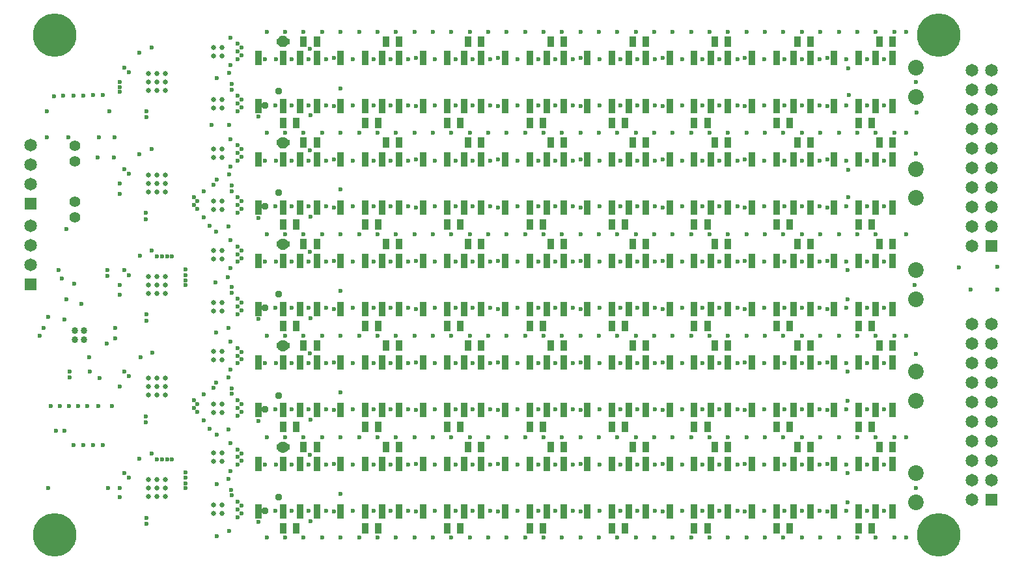
<source format=gbs>
G04*
G04 #@! TF.GenerationSoftware,Altium Limited,Altium Designer,20.0.9 (164)*
G04*
G04 Layer_Color=16711935*
%FSLAX25Y25*%
%MOIN*%
G70*
G01*
G75*
%ADD36R,0.03740X0.05709*%
%ADD37R,0.03091X0.03091*%
%ADD38R,0.03347X0.07284*%
%ADD51C,0.05591*%
%ADD52R,0.06496X0.06496*%
%ADD53C,0.06496*%
%ADD54C,0.07991*%
%ADD55C,0.02362*%
%ADD56C,0.03398*%
%ADD57C,0.22244*%
%ADD58C,0.03740*%
%ADD59C,0.02559*%
G36*
X135996Y266575D02*
X136008D01*
X136019Y266573D01*
X136031Y266572D01*
X136042Y266569D01*
X136054Y266567D01*
X136065Y266564D01*
X136076Y266561D01*
X136087Y266557D01*
X136098Y266553D01*
X137017Y266173D01*
X137027Y266167D01*
X137038Y266163D01*
X137048Y266157D01*
X137058Y266151D01*
X137067Y266145D01*
X137077Y266139D01*
X137086Y266131D01*
X137096Y266124D01*
X137104Y266116D01*
X137113Y266108D01*
X137816Y265405D01*
X137824Y265396D01*
X137832Y265388D01*
X137839Y265379D01*
X137846Y265370D01*
X137852Y265360D01*
X137859Y265350D01*
X137864Y265340D01*
X137871Y265330D01*
X137875Y265319D01*
X137880Y265309D01*
X138261Y264390D01*
X138265Y264379D01*
X138269Y264368D01*
X138272Y264357D01*
X138275Y264346D01*
X138277Y264335D01*
X138280Y264323D01*
X138281Y264312D01*
X138283Y264300D01*
Y264288D01*
X138283Y264277D01*
Y263779D01*
Y263282D01*
X138283Y263271D01*
Y263259D01*
X138281Y263247D01*
X138280Y263236D01*
X138277Y263225D01*
X138275Y263213D01*
X138272Y263202D01*
X138269Y263191D01*
X138265Y263180D01*
X138261Y263169D01*
X137880Y262250D01*
X137875Y262240D01*
X137871Y262229D01*
X137864Y262219D01*
X137859Y262209D01*
X137852Y262199D01*
X137846Y262189D01*
X137839Y262180D01*
X137832Y262171D01*
X137824Y262163D01*
X137816Y262154D01*
X137113Y261451D01*
X137104Y261443D01*
X137096Y261435D01*
X137086Y261428D01*
X137077Y261420D01*
X137067Y261414D01*
X137058Y261408D01*
X137048Y261402D01*
X137038Y261396D01*
X137027Y261392D01*
X137017Y261386D01*
X136098Y261006D01*
X136087Y261002D01*
X136076Y260998D01*
X136065Y260995D01*
X136054Y260992D01*
X136042Y260990D01*
X136031Y260987D01*
X136019Y260986D01*
X136008Y260984D01*
X135996D01*
X135985Y260983D01*
X135487D01*
X135441Y260987D01*
X135396Y260998D01*
X135353Y261016D01*
X135313Y261040D01*
X135278Y261070D01*
X135248Y261105D01*
X135236Y261124D01*
X135225Y261105D01*
X135195Y261070D01*
X135159Y261040D01*
X135120Y261016D01*
X135077Y260998D01*
X135031Y260987D01*
X134985Y260983D01*
X134488D01*
X134476Y260984D01*
X134465D01*
X134453Y260986D01*
X134442Y260987D01*
X134430Y260990D01*
X134419Y260992D01*
X134408Y260995D01*
X134396Y260998D01*
X134386Y261002D01*
X134374Y261006D01*
X133456Y261386D01*
X133445Y261392D01*
X133435Y261396D01*
X133425Y261402D01*
X133414Y261408D01*
X133405Y261414D01*
X133395Y261420D01*
X133386Y261428D01*
X133377Y261435D01*
X133369Y261443D01*
X133360Y261451D01*
X132656Y262154D01*
X132649Y262163D01*
X132641Y262171D01*
X132634Y262180D01*
X132626Y262189D01*
X132620Y262199D01*
X132613Y262209D01*
X132608Y262219D01*
X132602Y262229D01*
X132597Y262240D01*
X132592Y262250D01*
X132211Y263169D01*
X132208Y263180D01*
X132203Y263191D01*
X132201Y263202D01*
X132197Y263213D01*
X132195Y263225D01*
X132193Y263236D01*
X132192Y263247D01*
X132190Y263259D01*
Y263271D01*
X132189Y263282D01*
Y263779D01*
Y264277D01*
X132190Y264288D01*
Y264300D01*
X132192Y264312D01*
X132193Y264323D01*
X132195Y264335D01*
X132197Y264346D01*
X132201Y264357D01*
X132203Y264368D01*
X132208Y264379D01*
X132211Y264390D01*
X132592Y265309D01*
X132597Y265319D01*
X132602Y265330D01*
X132608Y265340D01*
X132613Y265350D01*
X132620Y265360D01*
X132626Y265370D01*
X132634Y265379D01*
X132641Y265388D01*
X132649Y265396D01*
X132656Y265405D01*
X133360Y266108D01*
X133369Y266116D01*
X133377Y266124D01*
X133386Y266131D01*
X133395Y266139D01*
X133405Y266145D01*
X133414Y266151D01*
X133425Y266157D01*
X133435Y266163D01*
X133445Y266167D01*
X133456Y266173D01*
X134374Y266553D01*
X134386Y266557D01*
X134396Y266561D01*
X134408Y266564D01*
X134419Y266567D01*
X134430Y266569D01*
X134442Y266572D01*
X134453Y266573D01*
X134465Y266575D01*
X134476D01*
X134488Y266576D01*
X134985D01*
X135031Y266572D01*
X135077Y266561D01*
X135120Y266543D01*
X135159Y266519D01*
X135195Y266489D01*
X135225Y266454D01*
X135236Y266435D01*
X135248Y266454D01*
X135278Y266489D01*
X135313Y266519D01*
X135353Y266543D01*
X135396Y266561D01*
X135441Y266572D01*
X135487Y266576D01*
X135985D01*
X135996Y266575D01*
D02*
G37*
G36*
Y214606D02*
X136008D01*
X136019Y214604D01*
X136031Y214604D01*
X136042Y214601D01*
X136054Y214599D01*
X136065Y214595D01*
X136076Y214593D01*
X136087Y214588D01*
X136098Y214585D01*
X137017Y214204D01*
X137027Y214199D01*
X137038Y214194D01*
X137048Y214188D01*
X137058Y214183D01*
X137067Y214176D01*
X137077Y214170D01*
X137086Y214162D01*
X137096Y214156D01*
X137104Y214147D01*
X137113Y214140D01*
X137816Y213437D01*
X137824Y213428D01*
X137832Y213420D01*
X137839Y213410D01*
X137846Y213401D01*
X137852Y213391D01*
X137859Y213382D01*
X137864Y213371D01*
X137871Y213362D01*
X137875Y213351D01*
X137880Y213340D01*
X138261Y212422D01*
X138265Y212411D01*
X138269Y212400D01*
X138272Y212388D01*
X138275Y212377D01*
X138277Y212366D01*
X138280Y212355D01*
X138281Y212343D01*
X138283Y212332D01*
Y212320D01*
X138283Y212308D01*
Y211811D01*
Y211314D01*
X138283Y211302D01*
Y211291D01*
X138281Y211279D01*
X138280Y211267D01*
X138277Y211256D01*
X138275Y211245D01*
X138272Y211233D01*
X138269Y211222D01*
X138265Y211211D01*
X138261Y211200D01*
X137880Y210281D01*
X137875Y210271D01*
X137871Y210260D01*
X137864Y210250D01*
X137859Y210240D01*
X137852Y210231D01*
X137846Y210221D01*
X137839Y210212D01*
X137832Y210203D01*
X137824Y210194D01*
X137816Y210185D01*
X137113Y209482D01*
X137104Y209475D01*
X137096Y209466D01*
X137086Y209460D01*
X137077Y209452D01*
X137067Y209446D01*
X137058Y209439D01*
X137048Y209434D01*
X137038Y209428D01*
X137027Y209423D01*
X137017Y209418D01*
X136098Y209037D01*
X136087Y209034D01*
X136076Y209029D01*
X136065Y209027D01*
X136054Y209023D01*
X136042Y209021D01*
X136031Y209018D01*
X136019Y209018D01*
X136008Y209016D01*
X135996D01*
X135985Y209015D01*
X135487D01*
X135441Y209018D01*
X135396Y209029D01*
X135353Y209047D01*
X135313Y209071D01*
X135278Y209102D01*
X135248Y209137D01*
X135236Y209156D01*
X135225Y209137D01*
X135195Y209102D01*
X135159Y209071D01*
X135120Y209047D01*
X135077Y209029D01*
X135031Y209018D01*
X134985Y209015D01*
X134488D01*
X134476Y209016D01*
X134465D01*
X134453Y209018D01*
X134442Y209018D01*
X134430Y209021D01*
X134419Y209023D01*
X134408Y209027D01*
X134396Y209029D01*
X134386Y209034D01*
X134374Y209037D01*
X133456Y209418D01*
X133445Y209423D01*
X133435Y209428D01*
X133425Y209434D01*
X133414Y209439D01*
X133405Y209446D01*
X133395Y209452D01*
X133386Y209460D01*
X133377Y209466D01*
X133369Y209475D01*
X133360Y209482D01*
X132656Y210185D01*
X132649Y210194D01*
X132641Y210203D01*
X132634Y210212D01*
X132626Y210221D01*
X132620Y210231D01*
X132613Y210240D01*
X132608Y210250D01*
X132602Y210260D01*
X132597Y210271D01*
X132592Y210281D01*
X132211Y211200D01*
X132208Y211211D01*
X132203Y211222D01*
X132201Y211233D01*
X132197Y211245D01*
X132195Y211256D01*
X132193Y211267D01*
X132192Y211279D01*
X132190Y211291D01*
Y211302D01*
X132189Y211314D01*
Y211811D01*
Y212308D01*
X132190Y212320D01*
Y212332D01*
X132192Y212343D01*
X132193Y212355D01*
X132195Y212366D01*
X132197Y212377D01*
X132201Y212388D01*
X132203Y212400D01*
X132208Y212411D01*
X132211Y212422D01*
X132592Y213340D01*
X132597Y213351D01*
X132602Y213362D01*
X132608Y213371D01*
X132613Y213382D01*
X132620Y213391D01*
X132626Y213401D01*
X132634Y213410D01*
X132641Y213420D01*
X132649Y213428D01*
X132656Y213437D01*
X133360Y214140D01*
X133369Y214147D01*
X133377Y214156D01*
X133386Y214162D01*
X133395Y214170D01*
X133405Y214176D01*
X133414Y214183D01*
X133425Y214188D01*
X133435Y214194D01*
X133445Y214199D01*
X133456Y214204D01*
X134374Y214585D01*
X134386Y214588D01*
X134396Y214593D01*
X134408Y214595D01*
X134419Y214599D01*
X134430Y214601D01*
X134442Y214604D01*
X134453Y214604D01*
X134465Y214606D01*
X134476D01*
X134488Y214607D01*
X134985D01*
X135031Y214604D01*
X135077Y214593D01*
X135120Y214575D01*
X135159Y214551D01*
X135195Y214521D01*
X135225Y214485D01*
X135236Y214467D01*
X135248Y214485D01*
X135278Y214521D01*
X135313Y214551D01*
X135353Y214575D01*
X135396Y214593D01*
X135441Y214604D01*
X135487Y214607D01*
X135985D01*
X135996Y214606D01*
D02*
G37*
G36*
Y162638D02*
X136008D01*
X136019Y162636D01*
X136031Y162635D01*
X136042Y162632D01*
X136054Y162630D01*
X136065Y162627D01*
X136076Y162624D01*
X136087Y162620D01*
X136098Y162616D01*
X137017Y162235D01*
X137027Y162230D01*
X137038Y162226D01*
X137048Y162220D01*
X137058Y162215D01*
X137067Y162208D01*
X137077Y162201D01*
X137086Y162194D01*
X137096Y162187D01*
X137104Y162179D01*
X137113Y162171D01*
X137816Y161468D01*
X137824Y161459D01*
X137832Y161451D01*
X137839Y161442D01*
X137846Y161433D01*
X137852Y161423D01*
X137859Y161413D01*
X137864Y161403D01*
X137871Y161393D01*
X137875Y161382D01*
X137880Y161372D01*
X138261Y160453D01*
X138265Y160442D01*
X138269Y160431D01*
X138272Y160420D01*
X138275Y160409D01*
X138277Y160398D01*
X138280Y160386D01*
X138281Y160374D01*
X138283Y160363D01*
Y160351D01*
X138283Y160340D01*
Y159843D01*
Y159345D01*
X138283Y159334D01*
Y159322D01*
X138281Y159310D01*
X138280Y159299D01*
X138277Y159288D01*
X138275Y159276D01*
X138272Y159265D01*
X138269Y159254D01*
X138265Y159243D01*
X138261Y159232D01*
X137880Y158313D01*
X137875Y158303D01*
X137871Y158292D01*
X137864Y158282D01*
X137859Y158272D01*
X137852Y158262D01*
X137846Y158252D01*
X137839Y158243D01*
X137832Y158234D01*
X137824Y158226D01*
X137816Y158217D01*
X137113Y157514D01*
X137104Y157506D01*
X137096Y157498D01*
X137086Y157491D01*
X137077Y157483D01*
X137067Y157477D01*
X137058Y157471D01*
X137048Y157465D01*
X137038Y157459D01*
X137027Y157455D01*
X137017Y157449D01*
X136098Y157069D01*
X136087Y157065D01*
X136076Y157061D01*
X136065Y157058D01*
X136054Y157054D01*
X136042Y157053D01*
X136031Y157050D01*
X136019Y157049D01*
X136008Y157047D01*
X135996D01*
X135985Y157046D01*
X135487D01*
X135441Y157050D01*
X135396Y157061D01*
X135353Y157079D01*
X135313Y157103D01*
X135278Y157133D01*
X135248Y157168D01*
X135236Y157187D01*
X135225Y157168D01*
X135195Y157133D01*
X135159Y157103D01*
X135120Y157079D01*
X135077Y157061D01*
X135031Y157050D01*
X134985Y157046D01*
X134488D01*
X134476Y157047D01*
X134465D01*
X134453Y157049D01*
X134442Y157050D01*
X134430Y157053D01*
X134419Y157054D01*
X134408Y157058D01*
X134396Y157061D01*
X134386Y157065D01*
X134374Y157069D01*
X133456Y157449D01*
X133445Y157455D01*
X133435Y157459D01*
X133425Y157465D01*
X133414Y157471D01*
X133405Y157477D01*
X133395Y157483D01*
X133386Y157491D01*
X133377Y157498D01*
X133369Y157506D01*
X133360Y157514D01*
X132656Y158217D01*
X132649Y158226D01*
X132641Y158234D01*
X132634Y158243D01*
X132626Y158252D01*
X132620Y158262D01*
X132613Y158272D01*
X132608Y158282D01*
X132602Y158292D01*
X132597Y158303D01*
X132592Y158313D01*
X132211Y159232D01*
X132208Y159243D01*
X132203Y159254D01*
X132201Y159265D01*
X132197Y159276D01*
X132195Y159288D01*
X132193Y159299D01*
X132192Y159310D01*
X132190Y159322D01*
Y159334D01*
X132189Y159345D01*
Y159843D01*
Y160340D01*
X132190Y160351D01*
Y160363D01*
X132192Y160374D01*
X132193Y160386D01*
X132195Y160398D01*
X132197Y160409D01*
X132201Y160420D01*
X132203Y160431D01*
X132208Y160442D01*
X132211Y160453D01*
X132592Y161372D01*
X132597Y161382D01*
X132602Y161393D01*
X132608Y161403D01*
X132613Y161413D01*
X132620Y161423D01*
X132626Y161433D01*
X132634Y161442D01*
X132641Y161451D01*
X132649Y161459D01*
X132656Y161468D01*
X133360Y162171D01*
X133369Y162179D01*
X133377Y162187D01*
X133386Y162194D01*
X133395Y162201D01*
X133405Y162208D01*
X133414Y162215D01*
X133425Y162220D01*
X133435Y162226D01*
X133445Y162230D01*
X133456Y162235D01*
X134374Y162616D01*
X134386Y162620D01*
X134396Y162624D01*
X134408Y162627D01*
X134419Y162630D01*
X134430Y162632D01*
X134442Y162635D01*
X134453Y162636D01*
X134465Y162638D01*
X134476D01*
X134488Y162639D01*
X134985D01*
X135031Y162635D01*
X135077Y162624D01*
X135120Y162606D01*
X135159Y162582D01*
X135195Y162552D01*
X135225Y162517D01*
X135236Y162498D01*
X135248Y162517D01*
X135278Y162552D01*
X135313Y162582D01*
X135353Y162606D01*
X135396Y162624D01*
X135441Y162635D01*
X135487Y162639D01*
X135985D01*
X135996Y162638D01*
D02*
G37*
G36*
Y110669D02*
X136008D01*
X136019Y110668D01*
X136031Y110667D01*
X136042Y110664D01*
X136054Y110662D01*
X136065Y110658D01*
X136076Y110656D01*
X136087Y110651D01*
X136098Y110648D01*
X137017Y110267D01*
X137027Y110262D01*
X137038Y110257D01*
X137048Y110251D01*
X137058Y110246D01*
X137067Y110239D01*
X137077Y110233D01*
X137086Y110225D01*
X137096Y110219D01*
X137104Y110210D01*
X137113Y110203D01*
X137816Y109500D01*
X137824Y109491D01*
X137832Y109483D01*
X137839Y109473D01*
X137846Y109464D01*
X137852Y109454D01*
X137859Y109445D01*
X137864Y109434D01*
X137871Y109425D01*
X137875Y109414D01*
X137880Y109404D01*
X138261Y108485D01*
X138265Y108474D01*
X138269Y108463D01*
X138272Y108451D01*
X138275Y108440D01*
X138277Y108429D01*
X138280Y108418D01*
X138281Y108406D01*
X138283Y108395D01*
Y108383D01*
X138283Y108371D01*
Y107874D01*
Y107377D01*
X138283Y107365D01*
Y107353D01*
X138281Y107342D01*
X138280Y107330D01*
X138277Y107319D01*
X138275Y107308D01*
X138272Y107297D01*
X138269Y107285D01*
X138265Y107274D01*
X138261Y107263D01*
X137880Y106344D01*
X137875Y106334D01*
X137871Y106323D01*
X137864Y106314D01*
X137859Y106303D01*
X137852Y106294D01*
X137846Y106284D01*
X137839Y106275D01*
X137832Y106265D01*
X137824Y106257D01*
X137816Y106248D01*
X137113Y105545D01*
X137104Y105538D01*
X137096Y105529D01*
X137086Y105523D01*
X137077Y105515D01*
X137067Y105509D01*
X137058Y105502D01*
X137048Y105497D01*
X137038Y105491D01*
X137027Y105486D01*
X137017Y105481D01*
X136098Y105100D01*
X136087Y105097D01*
X136076Y105092D01*
X136065Y105090D01*
X136054Y105086D01*
X136042Y105084D01*
X136031Y105081D01*
X136019Y105080D01*
X136008Y105079D01*
X135996D01*
X135985Y105078D01*
X135487D01*
X135441Y105081D01*
X135396Y105092D01*
X135353Y105110D01*
X135313Y105134D01*
X135278Y105165D01*
X135248Y105200D01*
X135236Y105219D01*
X135225Y105200D01*
X135195Y105165D01*
X135159Y105134D01*
X135120Y105110D01*
X135077Y105092D01*
X135031Y105081D01*
X134985Y105078D01*
X134488D01*
X134476Y105079D01*
X134465D01*
X134453Y105080D01*
X134442Y105081D01*
X134430Y105084D01*
X134419Y105086D01*
X134408Y105090D01*
X134396Y105092D01*
X134386Y105097D01*
X134374Y105100D01*
X133456Y105481D01*
X133445Y105486D01*
X133435Y105491D01*
X133425Y105497D01*
X133414Y105502D01*
X133405Y105509D01*
X133395Y105515D01*
X133386Y105523D01*
X133377Y105529D01*
X133369Y105538D01*
X133360Y105545D01*
X132656Y106248D01*
X132649Y106257D01*
X132641Y106265D01*
X132634Y106275D01*
X132626Y106284D01*
X132620Y106294D01*
X132613Y106303D01*
X132608Y106313D01*
X132602Y106323D01*
X132597Y106334D01*
X132592Y106344D01*
X132211Y107263D01*
X132208Y107274D01*
X132203Y107285D01*
X132201Y107297D01*
X132197Y107308D01*
X132195Y107319D01*
X132193Y107330D01*
X132192Y107342D01*
X132190Y107353D01*
Y107365D01*
X132189Y107377D01*
Y107874D01*
Y108371D01*
X132190Y108383D01*
Y108395D01*
X132192Y108406D01*
X132193Y108418D01*
X132195Y108429D01*
X132197Y108440D01*
X132201Y108451D01*
X132203Y108463D01*
X132208Y108474D01*
X132211Y108485D01*
X132592Y109404D01*
X132597Y109414D01*
X132602Y109425D01*
X132608Y109434D01*
X132613Y109445D01*
X132620Y109454D01*
X132626Y109464D01*
X132634Y109473D01*
X132641Y109483D01*
X132649Y109491D01*
X132656Y109500D01*
X133360Y110203D01*
X133369Y110210D01*
X133377Y110219D01*
X133386Y110225D01*
X133395Y110233D01*
X133405Y110239D01*
X133414Y110246D01*
X133425Y110251D01*
X133435Y110257D01*
X133445Y110262D01*
X133456Y110267D01*
X134374Y110648D01*
X134386Y110651D01*
X134396Y110656D01*
X134408Y110658D01*
X134419Y110662D01*
X134430Y110664D01*
X134442Y110667D01*
X134453Y110668D01*
X134465Y110669D01*
X134476D01*
X134488Y110670D01*
X134985D01*
X135031Y110667D01*
X135077Y110656D01*
X135120Y110638D01*
X135159Y110614D01*
X135195Y110583D01*
X135225Y110548D01*
X135236Y110529D01*
X135248Y110548D01*
X135278Y110583D01*
X135313Y110614D01*
X135353Y110638D01*
X135396Y110656D01*
X135441Y110667D01*
X135487Y110670D01*
X135985D01*
X135996Y110669D01*
D02*
G37*
G36*
X135996Y58701D02*
X136008D01*
X136019Y58699D01*
X136031Y58698D01*
X136042Y58695D01*
X136054Y58693D01*
X136065Y58690D01*
X136076Y58687D01*
X136087Y58683D01*
X136098Y58679D01*
X137017Y58298D01*
X137027Y58293D01*
X137038Y58289D01*
X137048Y58283D01*
X137058Y58277D01*
X137067Y58271D01*
X137077Y58264D01*
X137086Y58257D01*
X137096Y58250D01*
X137104Y58242D01*
X137113Y58234D01*
X137816Y57531D01*
X137824Y57522D01*
X137832Y57514D01*
X137839Y57505D01*
X137846Y57496D01*
X137852Y57486D01*
X137859Y57476D01*
X137864Y57466D01*
X137871Y57456D01*
X137875Y57445D01*
X137880Y57435D01*
X138261Y56516D01*
X138264Y56505D01*
X138269Y56494D01*
X138272Y56483D01*
X138275Y56472D01*
X138277Y56460D01*
X138280Y56449D01*
X138281Y56437D01*
X138283Y56426D01*
Y56414D01*
X138283Y56403D01*
Y55905D01*
Y55408D01*
X138283Y55397D01*
Y55385D01*
X138281Y55374D01*
X138280Y55362D01*
X138277Y55351D01*
X138275Y55339D01*
X138272Y55328D01*
X138269Y55317D01*
X138264Y55306D01*
X138261Y55295D01*
X137880Y54376D01*
X137875Y54366D01*
X137871Y54355D01*
X137864Y54345D01*
X137859Y54335D01*
X137852Y54325D01*
X137846Y54315D01*
X137839Y54306D01*
X137832Y54297D01*
X137824Y54289D01*
X137816Y54280D01*
X137113Y53577D01*
X137104Y53569D01*
X137096Y53561D01*
X137086Y53554D01*
X137077Y53547D01*
X137067Y53540D01*
X137058Y53534D01*
X137048Y53528D01*
X137038Y53522D01*
X137027Y53518D01*
X137017Y53513D01*
X136098Y53132D01*
X136087Y53128D01*
X136076Y53124D01*
X136065Y53121D01*
X136054Y53118D01*
X136042Y53116D01*
X136031Y53113D01*
X136019Y53112D01*
X136008Y53110D01*
X135996D01*
X135985Y53109D01*
X135487D01*
X135441Y53113D01*
X135396Y53124D01*
X135353Y53142D01*
X135313Y53166D01*
X135278Y53196D01*
X135248Y53231D01*
X135236Y53250D01*
X135225Y53231D01*
X135195Y53196D01*
X135159Y53166D01*
X135120Y53142D01*
X135077Y53124D01*
X135031Y53113D01*
X134985Y53109D01*
X134488D01*
X134476Y53110D01*
X134465D01*
X134453Y53112D01*
X134442Y53113D01*
X134430Y53116D01*
X134419Y53118D01*
X134408Y53121D01*
X134396Y53124D01*
X134386Y53128D01*
X134374Y53132D01*
X133456Y53513D01*
X133445Y53518D01*
X133435Y53522D01*
X133425Y53528D01*
X133414Y53534D01*
X133405Y53540D01*
X133395Y53547D01*
X133386Y53554D01*
X133377Y53561D01*
X133369Y53569D01*
X133360Y53577D01*
X132656Y54280D01*
X132649Y54289D01*
X132641Y54297D01*
X132634Y54306D01*
X132626Y54315D01*
X132620Y54325D01*
X132613Y54335D01*
X132608Y54345D01*
X132602Y54355D01*
X132597Y54366D01*
X132592Y54376D01*
X132211Y55295D01*
X132208Y55306D01*
X132203Y55317D01*
X132201Y55328D01*
X132197Y55339D01*
X132195Y55351D01*
X132193Y55362D01*
X132192Y55374D01*
X132190Y55385D01*
Y55397D01*
X132189Y55408D01*
Y55905D01*
Y56403D01*
X132190Y56414D01*
Y56426D01*
X132192Y56437D01*
X132193Y56449D01*
X132195Y56460D01*
X132197Y56472D01*
X132201Y56483D01*
X132203Y56494D01*
X132208Y56505D01*
X132211Y56516D01*
X132592Y57435D01*
X132597Y57445D01*
X132602Y57456D01*
X132608Y57466D01*
X132613Y57476D01*
X132620Y57486D01*
X132626Y57496D01*
X132634Y57505D01*
X132641Y57514D01*
X132649Y57522D01*
X132656Y57531D01*
X133360Y58234D01*
X133369Y58242D01*
X133377Y58250D01*
X133386Y58257D01*
X133395Y58264D01*
X133405Y58271D01*
X133414Y58277D01*
X133425Y58283D01*
X133435Y58289D01*
X133445Y58293D01*
X133456Y58298D01*
X134374Y58679D01*
X134386Y58683D01*
X134396Y58687D01*
X134408Y58690D01*
X134419Y58693D01*
X134430Y58695D01*
X134442Y58698D01*
X134453Y58699D01*
X134465Y58701D01*
X134476D01*
X134488Y58702D01*
X134985D01*
X135031Y58698D01*
X135077Y58687D01*
X135120Y58669D01*
X135159Y58645D01*
X135195Y58615D01*
X135225Y58580D01*
X135236Y58561D01*
X135248Y58580D01*
X135278Y58615D01*
X135313Y58645D01*
X135353Y58669D01*
X135396Y58687D01*
X135441Y58698D01*
X135487Y58702D01*
X135985D01*
X135996Y58701D01*
D02*
G37*
D36*
X145866Y263779D02*
D03*
X152559D02*
D03*
X135236Y222047D02*
D03*
X141929D02*
D03*
X187992Y263779D02*
D03*
X194685D02*
D03*
X177362Y222047D02*
D03*
X184055D02*
D03*
X230118Y263779D02*
D03*
X236811D02*
D03*
X219488Y222047D02*
D03*
X226181D02*
D03*
X272244Y263779D02*
D03*
X278937D02*
D03*
X261614Y222047D02*
D03*
X268307D02*
D03*
X314370Y263779D02*
D03*
X321063D02*
D03*
X303740Y222047D02*
D03*
X310433D02*
D03*
X356496Y263779D02*
D03*
X363189D02*
D03*
X345866Y222047D02*
D03*
X352559D02*
D03*
X398622Y263779D02*
D03*
X405315D02*
D03*
X387992Y222047D02*
D03*
X394685D02*
D03*
X440748Y263779D02*
D03*
X447441D02*
D03*
X430118Y222047D02*
D03*
X436811D02*
D03*
X145866Y211811D02*
D03*
X152559D02*
D03*
X135236Y170079D02*
D03*
X141929D02*
D03*
X187992Y211811D02*
D03*
X194685D02*
D03*
X177362Y170079D02*
D03*
X184055D02*
D03*
X230118Y211811D02*
D03*
X236811D02*
D03*
X219488Y170079D02*
D03*
X226181D02*
D03*
X272244Y211811D02*
D03*
X278937D02*
D03*
X261614Y170079D02*
D03*
X268307D02*
D03*
X314370Y211811D02*
D03*
X321063D02*
D03*
X303740Y170079D02*
D03*
X310433D02*
D03*
X356496Y211811D02*
D03*
X363189D02*
D03*
X345866Y170079D02*
D03*
X352559D02*
D03*
X398622Y211811D02*
D03*
X405315D02*
D03*
X387992Y170079D02*
D03*
X394685D02*
D03*
X440748Y211811D02*
D03*
X447441D02*
D03*
X430118Y170079D02*
D03*
X436811D02*
D03*
X145866Y159843D02*
D03*
X152559D02*
D03*
X135236Y118110D02*
D03*
X141929D02*
D03*
X187992Y159843D02*
D03*
X194685D02*
D03*
X177362Y118110D02*
D03*
X184055D02*
D03*
X230118Y159843D02*
D03*
X236811D02*
D03*
X219488Y118110D02*
D03*
X226181D02*
D03*
X272244Y159843D02*
D03*
X278937D02*
D03*
X261614Y118110D02*
D03*
X268307D02*
D03*
X314370Y159843D02*
D03*
X321063D02*
D03*
X303740Y118110D02*
D03*
X310433D02*
D03*
X356496Y159843D02*
D03*
X363189D02*
D03*
X345866Y118110D02*
D03*
X352559D02*
D03*
X398622Y159843D02*
D03*
X405315D02*
D03*
X387992Y118110D02*
D03*
X394685D02*
D03*
X440748Y159843D02*
D03*
X447441D02*
D03*
X430118Y118110D02*
D03*
X436811D02*
D03*
X145866Y107874D02*
D03*
X152559D02*
D03*
X135236Y66142D02*
D03*
X141929D02*
D03*
X187992Y107874D02*
D03*
X194685D02*
D03*
X177362Y66142D02*
D03*
X184055D02*
D03*
X230118Y107874D02*
D03*
X236811D02*
D03*
X219488Y66142D02*
D03*
X226181D02*
D03*
X272244Y107874D02*
D03*
X278937D02*
D03*
X261614Y66142D02*
D03*
X268307D02*
D03*
X314370Y107874D02*
D03*
X321063D02*
D03*
X303740Y66142D02*
D03*
X310433D02*
D03*
X356496Y107874D02*
D03*
X363189D02*
D03*
X345866Y66142D02*
D03*
X352559D02*
D03*
X398622Y107874D02*
D03*
X405315D02*
D03*
X387992Y66142D02*
D03*
X394685D02*
D03*
X440748Y107874D02*
D03*
X447441D02*
D03*
X430118Y66142D02*
D03*
X436811D02*
D03*
X356496Y55905D02*
D03*
X363189D02*
D03*
X440748D02*
D03*
X447441D02*
D03*
X398622D02*
D03*
X405315D02*
D03*
X314370D02*
D03*
X321063D02*
D03*
X272244D02*
D03*
X278937D02*
D03*
X230118D02*
D03*
X236811D02*
D03*
X187992D02*
D03*
X194685D02*
D03*
X145866D02*
D03*
X152559D02*
D03*
X430118Y14173D02*
D03*
X436811D02*
D03*
X387992D02*
D03*
X394685D02*
D03*
X345866D02*
D03*
X352559D02*
D03*
X303740D02*
D03*
X310433D02*
D03*
X261614D02*
D03*
X268307D02*
D03*
X219488D02*
D03*
X226181D02*
D03*
X177362D02*
D03*
X184055D02*
D03*
X135236D02*
D03*
X141929D02*
D03*
D37*
X133236Y263779D02*
D03*
X137236D02*
D03*
X133236Y211811D02*
D03*
X137236D02*
D03*
X133236Y159843D02*
D03*
X137236D02*
D03*
X133236Y107874D02*
D03*
X137236D02*
D03*
X133236Y55905D02*
D03*
X137236D02*
D03*
D38*
X417520Y255118D02*
D03*
X430118D02*
D03*
X438779D02*
D03*
X447441D02*
D03*
Y230709D02*
D03*
X438779D02*
D03*
X430118D02*
D03*
X417520D02*
D03*
X375394Y255118D02*
D03*
X387992D02*
D03*
X396654D02*
D03*
X405315D02*
D03*
Y230709D02*
D03*
X396654D02*
D03*
X387992D02*
D03*
X375394D02*
D03*
X333268Y255118D02*
D03*
X345866D02*
D03*
X354528D02*
D03*
X363189D02*
D03*
Y230709D02*
D03*
X354528D02*
D03*
X345866D02*
D03*
X333268D02*
D03*
X291142Y255118D02*
D03*
X303740D02*
D03*
X312402D02*
D03*
X321063D02*
D03*
Y230709D02*
D03*
X312402D02*
D03*
X303740D02*
D03*
X291142D02*
D03*
X249016Y255118D02*
D03*
X261614D02*
D03*
X270276D02*
D03*
X278937D02*
D03*
Y230709D02*
D03*
X270276D02*
D03*
X261614D02*
D03*
X249016D02*
D03*
X206890Y255118D02*
D03*
X219488D02*
D03*
X228150D02*
D03*
X236811D02*
D03*
Y230709D02*
D03*
X228150D02*
D03*
X219488D02*
D03*
X206890D02*
D03*
X164764Y255118D02*
D03*
X177362D02*
D03*
X186024D02*
D03*
X194685D02*
D03*
Y230709D02*
D03*
X186024D02*
D03*
X177362D02*
D03*
X164764D02*
D03*
X122638Y255118D02*
D03*
X135236D02*
D03*
X143898D02*
D03*
X152559D02*
D03*
Y230709D02*
D03*
X143898D02*
D03*
X135236D02*
D03*
X122638D02*
D03*
X417520Y203150D02*
D03*
X430118D02*
D03*
X438779D02*
D03*
X447441D02*
D03*
Y178740D02*
D03*
X438779D02*
D03*
X430118D02*
D03*
X417520D02*
D03*
X375394Y203150D02*
D03*
X387992D02*
D03*
X396654D02*
D03*
X405315D02*
D03*
Y178740D02*
D03*
X396654D02*
D03*
X387992D02*
D03*
X375394D02*
D03*
X333268Y203150D02*
D03*
X345866D02*
D03*
X354528D02*
D03*
X363189D02*
D03*
Y178740D02*
D03*
X354528D02*
D03*
X345866D02*
D03*
X333268D02*
D03*
X291142Y203150D02*
D03*
X303740D02*
D03*
X312402D02*
D03*
X321063D02*
D03*
Y178740D02*
D03*
X312402D02*
D03*
X303740D02*
D03*
X291142D02*
D03*
X249016Y203150D02*
D03*
X261614D02*
D03*
X270276D02*
D03*
X278937D02*
D03*
Y178740D02*
D03*
X270276D02*
D03*
X261614D02*
D03*
X249016D02*
D03*
X206890Y203150D02*
D03*
X219488D02*
D03*
X228150D02*
D03*
X236811D02*
D03*
Y178740D02*
D03*
X228150D02*
D03*
X219488D02*
D03*
X206890D02*
D03*
X164764Y203150D02*
D03*
X177362D02*
D03*
X186024D02*
D03*
X194685D02*
D03*
Y178740D02*
D03*
X186024D02*
D03*
X177362D02*
D03*
X164764D02*
D03*
X122638Y203150D02*
D03*
X135236D02*
D03*
X143898D02*
D03*
X152559D02*
D03*
Y178740D02*
D03*
X143898D02*
D03*
X135236D02*
D03*
X122638D02*
D03*
X417520Y151181D02*
D03*
X430118D02*
D03*
X438779D02*
D03*
X447441D02*
D03*
Y126772D02*
D03*
X438779D02*
D03*
X430118D02*
D03*
X417520D02*
D03*
X375394Y151181D02*
D03*
X387992D02*
D03*
X396654D02*
D03*
X405315D02*
D03*
Y126772D02*
D03*
X396654D02*
D03*
X387992D02*
D03*
X375394D02*
D03*
X333268Y151181D02*
D03*
X345866D02*
D03*
X354528D02*
D03*
X363189D02*
D03*
Y126772D02*
D03*
X354528D02*
D03*
X345866D02*
D03*
X333268D02*
D03*
X291142Y151181D02*
D03*
X303740D02*
D03*
X312402D02*
D03*
X321063D02*
D03*
Y126772D02*
D03*
X312402D02*
D03*
X303740D02*
D03*
X291142D02*
D03*
X249016Y151181D02*
D03*
X261614D02*
D03*
X270276D02*
D03*
X278937D02*
D03*
Y126772D02*
D03*
X270276D02*
D03*
X261614D02*
D03*
X249016D02*
D03*
X206890Y151181D02*
D03*
X219488D02*
D03*
X228150D02*
D03*
X236811D02*
D03*
Y126772D02*
D03*
X228150D02*
D03*
X219488D02*
D03*
X206890D02*
D03*
X164764Y151181D02*
D03*
X177362D02*
D03*
X186024D02*
D03*
X194685D02*
D03*
Y126772D02*
D03*
X186024D02*
D03*
X177362D02*
D03*
X164764D02*
D03*
X122638Y151181D02*
D03*
X135236D02*
D03*
X143898D02*
D03*
X152559D02*
D03*
Y126772D02*
D03*
X143898D02*
D03*
X135236D02*
D03*
X122638D02*
D03*
X417520Y99213D02*
D03*
X430118D02*
D03*
X438779D02*
D03*
X447441D02*
D03*
Y74803D02*
D03*
X438779D02*
D03*
X430118D02*
D03*
X417520D02*
D03*
X375394Y99213D02*
D03*
X387992D02*
D03*
X396654D02*
D03*
X405315D02*
D03*
Y74803D02*
D03*
X396654D02*
D03*
X387992D02*
D03*
X375394D02*
D03*
X333268Y99213D02*
D03*
X345866D02*
D03*
X354528D02*
D03*
X363189D02*
D03*
Y74803D02*
D03*
X354528D02*
D03*
X345866D02*
D03*
X333268D02*
D03*
X291142Y99213D02*
D03*
X303740D02*
D03*
X312402D02*
D03*
X321063D02*
D03*
Y74803D02*
D03*
X312402D02*
D03*
X303740D02*
D03*
X291142D02*
D03*
X249016Y99213D02*
D03*
X261614D02*
D03*
X270276D02*
D03*
X278937D02*
D03*
Y74803D02*
D03*
X270276D02*
D03*
X261614D02*
D03*
X249016D02*
D03*
X206890Y99213D02*
D03*
X219488D02*
D03*
X228150D02*
D03*
X236811D02*
D03*
Y74803D02*
D03*
X228150D02*
D03*
X219488D02*
D03*
X206890D02*
D03*
X164764Y99213D02*
D03*
X177362D02*
D03*
X186024D02*
D03*
X194685D02*
D03*
Y74803D02*
D03*
X186024D02*
D03*
X177362D02*
D03*
X164764D02*
D03*
X122638Y99213D02*
D03*
X135236D02*
D03*
X143898D02*
D03*
X152559D02*
D03*
Y74803D02*
D03*
X143898D02*
D03*
X135236D02*
D03*
X122638D02*
D03*
Y47244D02*
D03*
X135236D02*
D03*
X143898D02*
D03*
X152559D02*
D03*
X152559Y22835D02*
D03*
X143898D02*
D03*
X135236D02*
D03*
X122638D02*
D03*
X164764Y47244D02*
D03*
X177362Y47244D02*
D03*
X186024D02*
D03*
X194685D02*
D03*
Y22835D02*
D03*
X186024D02*
D03*
X177362Y22835D02*
D03*
X164764D02*
D03*
X249016Y47244D02*
D03*
X261614Y47244D02*
D03*
X270276D02*
D03*
X278937D02*
D03*
Y22835D02*
D03*
X270276D02*
D03*
X261614D02*
D03*
X249016D02*
D03*
X206890Y47244D02*
D03*
X219488Y47244D02*
D03*
X228150Y47244D02*
D03*
X236811D02*
D03*
Y22835D02*
D03*
X228150D02*
D03*
X219488Y22835D02*
D03*
X206890Y22835D02*
D03*
X291142Y47244D02*
D03*
X303740Y47244D02*
D03*
X312402Y47244D02*
D03*
X321063D02*
D03*
Y22835D02*
D03*
X312402D02*
D03*
X303740D02*
D03*
X291142D02*
D03*
X333268Y47244D02*
D03*
X345866Y47244D02*
D03*
X354528Y47244D02*
D03*
X363189Y47244D02*
D03*
Y22835D02*
D03*
X354528D02*
D03*
X345866D02*
D03*
X333268D02*
D03*
X375394Y47244D02*
D03*
X387992D02*
D03*
X396654Y47244D02*
D03*
X405315Y47244D02*
D03*
Y22835D02*
D03*
X396654Y22835D02*
D03*
X387992Y22835D02*
D03*
X375394D02*
D03*
X417520Y47244D02*
D03*
X430118Y47244D02*
D03*
X438779Y47244D02*
D03*
X447441D02*
D03*
Y22835D02*
D03*
X438779D02*
D03*
X430118D02*
D03*
X417520D02*
D03*
D51*
X28543Y173622D02*
D03*
Y181496D02*
D03*
Y202362D02*
D03*
Y210236D02*
D03*
D52*
X497992Y159055D02*
D03*
Y28898D02*
D03*
X6102Y139213D02*
D03*
Y180709D02*
D03*
D53*
X487992Y159055D02*
D03*
X497992Y169055D02*
D03*
X487992Y169055D02*
D03*
X497992Y179055D02*
D03*
X487992Y179055D02*
D03*
X497992Y189055D02*
D03*
X487992Y189055D02*
D03*
X497992Y199055D02*
D03*
X487992Y199055D02*
D03*
X497992Y209055D02*
D03*
X487992Y209055D02*
D03*
X497992Y219055D02*
D03*
X487992Y219055D02*
D03*
X497992Y229055D02*
D03*
X487992Y229055D02*
D03*
X497992Y239055D02*
D03*
X487992D02*
D03*
X497992Y249055D02*
D03*
X487992D02*
D03*
Y28898D02*
D03*
X497992Y38898D02*
D03*
X487992D02*
D03*
X497992Y48898D02*
D03*
X487992D02*
D03*
X497992Y58898D02*
D03*
X487992Y58898D02*
D03*
X497992Y68898D02*
D03*
X487992D02*
D03*
X497992Y78898D02*
D03*
X487992Y78898D02*
D03*
X497992Y88898D02*
D03*
X487992D02*
D03*
X497992Y98898D02*
D03*
X487992Y98898D02*
D03*
X497992Y108898D02*
D03*
X487992Y108898D02*
D03*
X497992Y118898D02*
D03*
X487992Y118898D02*
D03*
X6102Y169213D02*
D03*
Y159213D02*
D03*
Y149213D02*
D03*
Y210709D02*
D03*
Y200709D02*
D03*
Y190709D02*
D03*
D54*
X459252Y27559D02*
D03*
Y79528D02*
D03*
Y131496D02*
D03*
Y183465D02*
D03*
Y235433D02*
D03*
Y250394D02*
D03*
Y198425D02*
D03*
Y146457D02*
D03*
Y94488D02*
D03*
Y42520D02*
D03*
D55*
X45866Y35039D02*
D03*
X36024Y101969D02*
D03*
X16339Y76968D02*
D03*
X21063D02*
D03*
X25591D02*
D03*
X30512D02*
D03*
X35039D02*
D03*
X40551D02*
D03*
X47638D02*
D03*
X40354Y204134D02*
D03*
X48819D02*
D03*
X49016Y214567D02*
D03*
X14370D02*
D03*
X25394D02*
D03*
X40945D02*
D03*
X44882Y108858D02*
D03*
X51575Y242913D02*
D03*
Y240354D02*
D03*
Y237795D02*
D03*
X51772Y190945D02*
D03*
Y185630D02*
D03*
Y30118D02*
D03*
Y34843D02*
D03*
Y133858D02*
D03*
Y138976D02*
D03*
X51575Y87008D02*
D03*
X65083Y175829D02*
D03*
Y172680D02*
D03*
X101181Y166339D02*
D03*
X22835Y236024D02*
D03*
X24213Y131496D02*
D03*
X31890Y129134D02*
D03*
X28346Y139567D02*
D03*
X36417Y94685D02*
D03*
X27953Y236024D02*
D03*
X28150Y57087D02*
D03*
X15157Y122638D02*
D03*
X41535Y91339D02*
D03*
X32874Y236024D02*
D03*
Y57087D02*
D03*
X37992Y236221D02*
D03*
X37992Y57087D02*
D03*
X42913D02*
D03*
Y236221D02*
D03*
X23303Y121395D02*
D03*
X17913Y235630D02*
D03*
X19094Y64173D02*
D03*
X23228D02*
D03*
X15157Y35039D02*
D03*
X46457Y227953D02*
D03*
X14370D02*
D03*
X49213Y111614D02*
D03*
Y116929D02*
D03*
X26181Y91535D02*
D03*
Y94488D02*
D03*
X45276Y146457D02*
D03*
Y143504D02*
D03*
X10630Y112795D02*
D03*
X12756Y116929D02*
D03*
X22047Y142323D02*
D03*
X20472Y146457D02*
D03*
X24213Y167520D02*
D03*
X65354Y120669D02*
D03*
Y123819D02*
D03*
Y227953D02*
D03*
Y224803D02*
D03*
X56299Y40157D02*
D03*
X54134Y42520D02*
D03*
X56299Y92126D02*
D03*
X54134Y94488D02*
D03*
X56299Y248031D02*
D03*
X54134Y250394D02*
D03*
X56299Y196063D02*
D03*
X54134Y198425D02*
D03*
Y146457D02*
D03*
X56299Y144095D02*
D03*
X65354Y19685D02*
D03*
Y16535D02*
D03*
X65158Y68504D02*
D03*
Y71653D02*
D03*
X61614Y50000D02*
D03*
X67913Y52756D02*
D03*
X61588Y257819D02*
D03*
X67913Y260630D02*
D03*
Y208661D02*
D03*
X61614Y205906D02*
D03*
X62349Y102017D02*
D03*
X68307Y104331D02*
D03*
X62008Y153937D02*
D03*
X67913Y156693D02*
D03*
X97835Y169291D02*
D03*
X85236Y138976D02*
D03*
X94685Y173622D02*
D03*
X85236Y141339D02*
D03*
Y144095D02*
D03*
Y146850D02*
D03*
X91535Y177953D02*
D03*
X89567Y179921D02*
D03*
X91535Y181890D02*
D03*
X89567Y183858D02*
D03*
X94685Y187008D02*
D03*
X99803Y190157D02*
D03*
X70548Y153468D02*
D03*
X73304D02*
D03*
X76060D02*
D03*
X78422D02*
D03*
Y49531D02*
D03*
X76060D02*
D03*
X73304D02*
D03*
X70548D02*
D03*
X98622Y220866D02*
D03*
X99803Y86221D02*
D03*
X94685Y83071D02*
D03*
X89567Y79921D02*
D03*
X91535Y77953D02*
D03*
X89567Y75984D02*
D03*
X91535Y74016D02*
D03*
X85236Y42913D02*
D03*
Y40157D02*
D03*
Y37402D02*
D03*
X94685Y69685D02*
D03*
X85236Y35039D02*
D03*
X97835Y65354D02*
D03*
X122638Y225197D02*
D03*
Y173228D02*
D03*
Y121653D02*
D03*
Y69291D02*
D03*
Y17717D02*
D03*
X459252Y242913D02*
D03*
X459646Y227165D02*
D03*
X459252Y206299D02*
D03*
Y35039D02*
D03*
X458858Y138976D02*
D03*
X459252Y103543D02*
D03*
X500984Y136614D02*
D03*
Y148425D02*
D03*
X487205Y136614D02*
D03*
X481299Y148031D02*
D03*
X454528Y268504D02*
D03*
X448228D02*
D03*
X438779D02*
D03*
X419882D02*
D03*
X429331D02*
D03*
X382087D02*
D03*
X372638D02*
D03*
X391535D02*
D03*
X400984D02*
D03*
X410433D02*
D03*
X315945D02*
D03*
X306496D02*
D03*
X287598D02*
D03*
X297047D02*
D03*
X344291D02*
D03*
X334842D02*
D03*
X325394D02*
D03*
X353740D02*
D03*
X363189D02*
D03*
X230906D02*
D03*
X221457D02*
D03*
X193110D02*
D03*
X202559D02*
D03*
X212008D02*
D03*
X249803D02*
D03*
X240354D02*
D03*
X259252D02*
D03*
X268701D02*
D03*
X278150D02*
D03*
X145866D02*
D03*
X136417D02*
D03*
X126969D02*
D03*
X164764D02*
D03*
X155315D02*
D03*
X174213D02*
D03*
X183661D02*
D03*
X454528Y9449D02*
D03*
X448228D02*
D03*
X438779D02*
D03*
X419882D02*
D03*
X429331D02*
D03*
X382087D02*
D03*
X372638D02*
D03*
X391535D02*
D03*
X400984D02*
D03*
X410433D02*
D03*
X315945D02*
D03*
X306496D02*
D03*
X287598D02*
D03*
X297047D02*
D03*
X344291D02*
D03*
X334842D02*
D03*
X325394D02*
D03*
X353740D02*
D03*
X363189D02*
D03*
X230906D02*
D03*
X221457D02*
D03*
X193110D02*
D03*
X202559D02*
D03*
X212008D02*
D03*
X249803D02*
D03*
X240354D02*
D03*
X259252D02*
D03*
X268701D02*
D03*
X278150D02*
D03*
X145866D02*
D03*
X136417D02*
D03*
X126969D02*
D03*
X164764D02*
D03*
X155315D02*
D03*
X174213D02*
D03*
X183661D02*
D03*
X454528Y61024D02*
D03*
X448228D02*
D03*
X438779D02*
D03*
X419882D02*
D03*
X429331D02*
D03*
X382087D02*
D03*
X372638D02*
D03*
X391535D02*
D03*
X400984D02*
D03*
X410433D02*
D03*
X315945D02*
D03*
X306496D02*
D03*
X287598D02*
D03*
X297047D02*
D03*
X344291D02*
D03*
X334842D02*
D03*
X325394D02*
D03*
X353740D02*
D03*
X363189D02*
D03*
X230906D02*
D03*
X221457D02*
D03*
X193110D02*
D03*
X202559D02*
D03*
X212008D02*
D03*
X249803D02*
D03*
X240354D02*
D03*
X259252D02*
D03*
X268701D02*
D03*
X278150D02*
D03*
X145866D02*
D03*
X136417D02*
D03*
X126969D02*
D03*
X164764D02*
D03*
X155315D02*
D03*
X174213D02*
D03*
X183661D02*
D03*
X454528Y112992D02*
D03*
X448228D02*
D03*
X438779D02*
D03*
X419882D02*
D03*
X429331D02*
D03*
X382087D02*
D03*
X372638D02*
D03*
X391535D02*
D03*
X400984D02*
D03*
X410433D02*
D03*
X315945D02*
D03*
X306496D02*
D03*
X287598D02*
D03*
X297047D02*
D03*
X344291D02*
D03*
X334842D02*
D03*
X325394D02*
D03*
X353740D02*
D03*
X363189D02*
D03*
X230906D02*
D03*
X221457D02*
D03*
X193110D02*
D03*
X202559D02*
D03*
X212008D02*
D03*
X249803D02*
D03*
X240354D02*
D03*
X259252D02*
D03*
X268701D02*
D03*
X278150D02*
D03*
X145866D02*
D03*
X136417D02*
D03*
X126969D02*
D03*
X164764D02*
D03*
X155315D02*
D03*
X174213D02*
D03*
X183661D02*
D03*
X454528Y164961D02*
D03*
X438779D02*
D03*
X419882D02*
D03*
X429331D02*
D03*
X382087D02*
D03*
X372638D02*
D03*
X391535D02*
D03*
X400984D02*
D03*
X410433D02*
D03*
X315945D02*
D03*
X306496D02*
D03*
X287598D02*
D03*
X297047D02*
D03*
X344291D02*
D03*
X334842D02*
D03*
X325394D02*
D03*
X353740D02*
D03*
X363189D02*
D03*
X230906D02*
D03*
X221457D02*
D03*
X193110D02*
D03*
X202559D02*
D03*
X212008D02*
D03*
X249803D02*
D03*
X240354D02*
D03*
X259252D02*
D03*
X268701D02*
D03*
X278150D02*
D03*
X145866D02*
D03*
X136417D02*
D03*
X126969D02*
D03*
X164764D02*
D03*
X155315D02*
D03*
X174213D02*
D03*
X183661D02*
D03*
Y216929D02*
D03*
X174213D02*
D03*
X155315D02*
D03*
X164764D02*
D03*
X126969D02*
D03*
X136417D02*
D03*
X145866D02*
D03*
X278150D02*
D03*
X268701D02*
D03*
X259252D02*
D03*
X240354D02*
D03*
X249803D02*
D03*
X212008D02*
D03*
X202559D02*
D03*
X193110D02*
D03*
X221457D02*
D03*
X230906D02*
D03*
X363189D02*
D03*
X353740D02*
D03*
X325394D02*
D03*
X334842D02*
D03*
X344291D02*
D03*
X297047D02*
D03*
X287598D02*
D03*
X306496D02*
D03*
X315945D02*
D03*
X410433D02*
D03*
X400984D02*
D03*
X391535D02*
D03*
X372638D02*
D03*
X382087D02*
D03*
X429331D02*
D03*
X419882D02*
D03*
X438779D02*
D03*
X448228D02*
D03*
X454528D02*
D03*
X424606Y198031D02*
D03*
X424213Y146457D02*
D03*
X424213Y94488D02*
D03*
Y42520D02*
D03*
X424803Y249803D02*
D03*
X424213Y27559D02*
D03*
Y79528D02*
D03*
X425000Y236221D02*
D03*
X424213Y131496D02*
D03*
X424606Y183858D02*
D03*
X101378Y244882D02*
D03*
X107677Y247638D02*
D03*
Y220866D02*
D03*
X101378Y192913D02*
D03*
X107677Y195669D02*
D03*
X107283Y168898D02*
D03*
X106890Y142913D02*
D03*
X100799Y140305D02*
D03*
X101085Y114489D02*
D03*
X107283Y116929D02*
D03*
Y91732D02*
D03*
X100984Y88976D02*
D03*
X101257Y10331D02*
D03*
X107677Y12992D02*
D03*
X107283Y39764D02*
D03*
X101210Y36872D02*
D03*
X107283Y64961D02*
D03*
X101221Y62362D02*
D03*
X108858Y33858D02*
D03*
X423819Y254724D02*
D03*
Y231102D02*
D03*
X391929Y254724D02*
D03*
Y231102D02*
D03*
X367913Y254724D02*
D03*
X358858D02*
D03*
Y231102D02*
D03*
X367913D02*
D03*
X350197Y254724D02*
D03*
Y231102D02*
D03*
X255315Y254724D02*
D03*
Y231102D02*
D03*
X199409Y254724D02*
D03*
X223819D02*
D03*
X199409Y231102D02*
D03*
X223819D02*
D03*
X190354Y254724D02*
D03*
Y231102D02*
D03*
X443110Y254724D02*
D03*
Y231102D02*
D03*
X434449Y254724D02*
D03*
Y231102D02*
D03*
X410039Y254724D02*
D03*
Y231102D02*
D03*
X400984Y254724D02*
D03*
Y231102D02*
D03*
X381693Y254724D02*
D03*
Y231102D02*
D03*
X339567Y254724D02*
D03*
Y231102D02*
D03*
X325787Y254724D02*
D03*
Y231102D02*
D03*
X316732Y254724D02*
D03*
Y231102D02*
D03*
X308071Y254724D02*
D03*
Y231102D02*
D03*
X297441Y254724D02*
D03*
Y231102D02*
D03*
X283661Y254724D02*
D03*
Y231102D02*
D03*
X274606Y254724D02*
D03*
Y231102D02*
D03*
X265945Y254724D02*
D03*
Y231102D02*
D03*
X241535Y254724D02*
D03*
Y231102D02*
D03*
X232480Y254724D02*
D03*
Y231102D02*
D03*
X213189Y254724D02*
D03*
Y231102D02*
D03*
X181693Y254724D02*
D03*
Y231102D02*
D03*
X171063Y254724D02*
D03*
Y231102D02*
D03*
X157283Y254724D02*
D03*
Y231102D02*
D03*
X148228Y254724D02*
D03*
Y231102D02*
D03*
X139567Y254724D02*
D03*
Y231102D02*
D03*
X126181Y254724D02*
D03*
X131299Y231102D02*
D03*
X161221Y255118D02*
D03*
X108465Y265748D02*
D03*
X203346Y255118D02*
D03*
X112008Y262598D02*
D03*
X245472Y255118D02*
D03*
X113976Y260630D02*
D03*
X287598Y255118D02*
D03*
X112008Y258661D02*
D03*
X329724Y255118D02*
D03*
X113976Y256693D02*
D03*
X371850Y255118D02*
D03*
X112008Y254724D02*
D03*
X164764Y239764D02*
D03*
X413976Y255118D02*
D03*
X108465Y251575D02*
D03*
X149409Y225984D02*
D03*
X423819Y202756D02*
D03*
Y179134D02*
D03*
X391929Y202756D02*
D03*
Y179134D02*
D03*
X367913Y202756D02*
D03*
X358858D02*
D03*
Y179134D02*
D03*
X367913D02*
D03*
X350197Y202756D02*
D03*
Y179134D02*
D03*
X255315Y202756D02*
D03*
Y179134D02*
D03*
X199409Y202756D02*
D03*
X223819D02*
D03*
X199409Y179134D02*
D03*
X223819D02*
D03*
X190354Y202756D02*
D03*
Y179134D02*
D03*
X443110Y202756D02*
D03*
Y179134D02*
D03*
X434449Y202756D02*
D03*
Y179134D02*
D03*
X410039Y202756D02*
D03*
Y179134D02*
D03*
X400984Y202756D02*
D03*
Y179134D02*
D03*
X381693Y202756D02*
D03*
Y179134D02*
D03*
X339567Y202756D02*
D03*
Y179134D02*
D03*
X325787Y202756D02*
D03*
Y179134D02*
D03*
X316732Y202756D02*
D03*
Y179134D02*
D03*
X308071Y202756D02*
D03*
Y179134D02*
D03*
X297441Y202756D02*
D03*
Y179134D02*
D03*
X283661Y202756D02*
D03*
Y179134D02*
D03*
X274606Y202756D02*
D03*
Y179134D02*
D03*
X265945Y202756D02*
D03*
Y179134D02*
D03*
X241535Y202756D02*
D03*
Y179134D02*
D03*
X232480Y202756D02*
D03*
Y179134D02*
D03*
X213189Y202756D02*
D03*
Y179134D02*
D03*
X181693Y202756D02*
D03*
Y179134D02*
D03*
X171063Y202756D02*
D03*
Y179134D02*
D03*
X157283Y202756D02*
D03*
Y179134D02*
D03*
X148228Y202756D02*
D03*
Y179134D02*
D03*
X139567Y202756D02*
D03*
Y179134D02*
D03*
X126181Y202756D02*
D03*
X131299Y179134D02*
D03*
X161221Y203150D02*
D03*
X108465Y213779D02*
D03*
X203346Y203150D02*
D03*
X112008Y210630D02*
D03*
X245472Y203150D02*
D03*
X113976Y208661D02*
D03*
X287598Y203150D02*
D03*
X112008Y206693D02*
D03*
X329724Y203150D02*
D03*
X113976Y204724D02*
D03*
X371850Y203150D02*
D03*
X112008Y202756D02*
D03*
X164764Y187795D02*
D03*
X413976Y203150D02*
D03*
X108465Y199606D02*
D03*
X149409Y174016D02*
D03*
X423819Y150787D02*
D03*
Y127165D02*
D03*
X391929Y150787D02*
D03*
Y127165D02*
D03*
X367913Y150787D02*
D03*
X358858D02*
D03*
Y127165D02*
D03*
X367913D02*
D03*
X350197Y150787D02*
D03*
Y127165D02*
D03*
X255315Y150787D02*
D03*
Y127165D02*
D03*
X199409Y150787D02*
D03*
X223819D02*
D03*
X199409Y127165D02*
D03*
X223819D02*
D03*
X190354Y150787D02*
D03*
Y127165D02*
D03*
X443110Y150787D02*
D03*
Y127165D02*
D03*
X434449Y150787D02*
D03*
Y127165D02*
D03*
X410039Y150787D02*
D03*
Y127165D02*
D03*
X400984Y150787D02*
D03*
Y127165D02*
D03*
X381693Y150787D02*
D03*
Y127165D02*
D03*
X339567Y150787D02*
D03*
Y127165D02*
D03*
X325787Y150787D02*
D03*
Y127165D02*
D03*
X316732Y150787D02*
D03*
Y127165D02*
D03*
X308071Y150787D02*
D03*
Y127165D02*
D03*
X297441Y150787D02*
D03*
Y127165D02*
D03*
X283661Y150787D02*
D03*
Y127165D02*
D03*
X274606Y150787D02*
D03*
Y127165D02*
D03*
X265945Y150787D02*
D03*
Y127165D02*
D03*
X241535Y150787D02*
D03*
Y127165D02*
D03*
X232480Y150787D02*
D03*
Y127165D02*
D03*
X213189Y150787D02*
D03*
Y127165D02*
D03*
X181693Y150787D02*
D03*
Y127165D02*
D03*
X171063Y150787D02*
D03*
Y127165D02*
D03*
X157283Y150787D02*
D03*
Y127165D02*
D03*
X148228Y150787D02*
D03*
Y127165D02*
D03*
X139567Y150787D02*
D03*
Y127165D02*
D03*
X126181Y150787D02*
D03*
X131299Y127165D02*
D03*
X161221Y151181D02*
D03*
X108465Y161811D02*
D03*
X203346Y151181D02*
D03*
X112008Y158661D02*
D03*
X245472Y151181D02*
D03*
X113976Y156693D02*
D03*
X287598Y151181D02*
D03*
X112008Y154724D02*
D03*
X329724Y151181D02*
D03*
X113976Y152756D02*
D03*
X371850Y151181D02*
D03*
X112008Y150787D02*
D03*
X164764Y135827D02*
D03*
X413976Y151181D02*
D03*
X108465Y147638D02*
D03*
X149409Y122047D02*
D03*
X423819Y98819D02*
D03*
Y75197D02*
D03*
X391929Y98819D02*
D03*
Y75197D02*
D03*
X367913Y98819D02*
D03*
X358858D02*
D03*
Y75197D02*
D03*
X367913D02*
D03*
X350197Y98819D02*
D03*
Y75197D02*
D03*
X255315Y98819D02*
D03*
Y75197D02*
D03*
X199409Y98819D02*
D03*
X223819D02*
D03*
X199409Y75197D02*
D03*
X223819D02*
D03*
X190354Y98819D02*
D03*
Y75197D02*
D03*
X443110Y98819D02*
D03*
Y75197D02*
D03*
X434449Y98819D02*
D03*
Y75197D02*
D03*
X410039Y98819D02*
D03*
Y75197D02*
D03*
X400984Y98819D02*
D03*
Y75197D02*
D03*
X381693Y98819D02*
D03*
Y75197D02*
D03*
X339567Y98819D02*
D03*
Y75197D02*
D03*
X325787Y98819D02*
D03*
Y75197D02*
D03*
X316732Y98819D02*
D03*
Y75197D02*
D03*
X308071Y98819D02*
D03*
Y75197D02*
D03*
X297441Y98819D02*
D03*
Y75197D02*
D03*
X283661Y98819D02*
D03*
Y75197D02*
D03*
X274606Y98819D02*
D03*
Y75197D02*
D03*
X265945Y98819D02*
D03*
Y75197D02*
D03*
X241535Y98819D02*
D03*
Y75197D02*
D03*
X232480Y98819D02*
D03*
Y75197D02*
D03*
X213189Y98819D02*
D03*
Y75197D02*
D03*
X181693Y98819D02*
D03*
Y75197D02*
D03*
X171063Y98819D02*
D03*
Y75197D02*
D03*
X157283Y98819D02*
D03*
Y75197D02*
D03*
X148228Y98819D02*
D03*
Y75197D02*
D03*
X139567Y98819D02*
D03*
Y75197D02*
D03*
X126181Y98819D02*
D03*
X131299Y75197D02*
D03*
X161221Y99213D02*
D03*
X108465Y109843D02*
D03*
X203346Y99213D02*
D03*
X112008Y106693D02*
D03*
X245472Y99213D02*
D03*
X113976Y104724D02*
D03*
X287598Y99213D02*
D03*
X112008Y102756D02*
D03*
X329724Y99213D02*
D03*
X113976Y100787D02*
D03*
X371850Y99213D02*
D03*
X112008Y98819D02*
D03*
X164764Y83858D02*
D03*
X413976Y99213D02*
D03*
X108465Y95669D02*
D03*
X149409Y70079D02*
D03*
X139567Y23228D02*
D03*
X148228D02*
D03*
X171063D02*
D03*
X181693D02*
D03*
X199409D02*
D03*
X213189D02*
D03*
X232480D02*
D03*
X241535D02*
D03*
X265945D02*
D03*
X274606D02*
D03*
X283661D02*
D03*
X157283D02*
D03*
X190354D02*
D03*
X223819D02*
D03*
X255315D02*
D03*
X297441D02*
D03*
X308071D02*
D03*
X316732D02*
D03*
X325787D02*
D03*
X339567D02*
D03*
X350197D02*
D03*
X358858D02*
D03*
X367913D02*
D03*
X381693D02*
D03*
X391929D02*
D03*
X400984D02*
D03*
X410039D02*
D03*
X423819D02*
D03*
X434449D02*
D03*
X443110D02*
D03*
Y46850D02*
D03*
X434449D02*
D03*
X423819D02*
D03*
X410039D02*
D03*
X400984D02*
D03*
X391929D02*
D03*
X381693D02*
D03*
X367913D02*
D03*
X358858D02*
D03*
X350197D02*
D03*
X339567D02*
D03*
X325787D02*
D03*
X316732D02*
D03*
X308071D02*
D03*
X297441D02*
D03*
X164764Y31890D02*
D03*
X131693Y46850D02*
D03*
X161221Y22835D02*
D03*
X111945Y20033D02*
D03*
X203346Y22835D02*
D03*
X113913Y22001D02*
D03*
X245472Y22835D02*
D03*
X111945Y23970D02*
D03*
X287598Y22835D02*
D03*
X114012Y26037D02*
D03*
X329724Y22835D02*
D03*
X112043Y28005D02*
D03*
X371850Y22835D02*
D03*
X108894Y31155D02*
D03*
X413976Y22835D02*
D03*
X149016Y51968D02*
D03*
X131693Y98819D02*
D03*
X161221Y74803D02*
D03*
X111945Y72001D02*
D03*
X203346Y74803D02*
D03*
X113913Y73970D02*
D03*
X245472Y74803D02*
D03*
X111945Y75938D02*
D03*
X287598Y74803D02*
D03*
X114012Y78005D02*
D03*
X329724Y74803D02*
D03*
X112043Y79974D02*
D03*
X371850Y74803D02*
D03*
X108894Y83123D02*
D03*
X413976Y74803D02*
D03*
X108894Y85879D02*
D03*
X149016Y103937D02*
D03*
X131693Y150787D02*
D03*
X161221Y126772D02*
D03*
X111945Y123970D02*
D03*
X203346Y126772D02*
D03*
X113913Y125938D02*
D03*
X245472Y126772D02*
D03*
X111945Y127907D02*
D03*
X287598Y126772D02*
D03*
X114012Y129974D02*
D03*
X329724Y126772D02*
D03*
X112043Y131942D02*
D03*
X371850Y126772D02*
D03*
X108894Y135092D02*
D03*
X413976Y126772D02*
D03*
X108894Y137848D02*
D03*
X149016Y155905D02*
D03*
X131693Y202756D02*
D03*
X161221Y178740D02*
D03*
X111945Y175938D02*
D03*
X203346Y178740D02*
D03*
X113913Y177907D02*
D03*
X245472Y178740D02*
D03*
X111945Y179875D02*
D03*
X287598Y178740D02*
D03*
X114012Y181942D02*
D03*
X329724Y178740D02*
D03*
X112043Y183911D02*
D03*
X371850Y178740D02*
D03*
X108894Y187060D02*
D03*
X413976Y178740D02*
D03*
X108894Y189816D02*
D03*
X149016Y207874D02*
D03*
X255315Y46850D02*
D03*
X223819D02*
D03*
X190354D02*
D03*
X157283D02*
D03*
X283661D02*
D03*
X274606D02*
D03*
X265945D02*
D03*
X241535D02*
D03*
X232480D02*
D03*
X213189D02*
D03*
X199409D02*
D03*
X181693D02*
D03*
X171063D02*
D03*
X148228D02*
D03*
X139567D02*
D03*
X126181D02*
D03*
X131299Y23228D02*
D03*
X161221Y47244D02*
D03*
X108465Y57874D02*
D03*
X203346Y47244D02*
D03*
X112008Y54724D02*
D03*
X245472Y47244D02*
D03*
X113976Y52756D02*
D03*
X287598Y47244D02*
D03*
X112008Y50787D02*
D03*
X329724Y47244D02*
D03*
X113976Y48819D02*
D03*
X371850Y47244D02*
D03*
X112008Y46850D02*
D03*
X413976Y47244D02*
D03*
X108465Y43701D02*
D03*
X149409Y18110D02*
D03*
X149016Y259842D02*
D03*
X131693Y254724D02*
D03*
X111945Y227907D02*
D03*
X113913Y229875D02*
D03*
X111945Y231844D02*
D03*
X108894Y241785D02*
D03*
X413976Y230709D02*
D03*
X108894Y239029D02*
D03*
X371850Y230709D02*
D03*
X112043Y235879D02*
D03*
X329724Y230709D02*
D03*
X114012Y233911D02*
D03*
X287598Y230709D02*
D03*
X245472D02*
D03*
X203346D02*
D03*
X161221D02*
D03*
D56*
X33268Y111024D02*
D03*
X28543D02*
D03*
X33268Y115748D02*
D03*
X28543D02*
D03*
D57*
X18307Y266929D02*
D03*
Y11024D02*
D03*
X471063Y266929D02*
D03*
Y11024D02*
D03*
D58*
X132874Y238189D02*
D03*
X126181Y231102D02*
D03*
X132874Y186221D02*
D03*
X126181Y179134D02*
D03*
X132874Y134252D02*
D03*
X126181Y127165D02*
D03*
X132874Y82284D02*
D03*
X126181Y75197D02*
D03*
X132874Y30315D02*
D03*
X126181Y23228D02*
D03*
D59*
X99606Y52854D02*
D03*
X103937D02*
D03*
X99606Y48524D02*
D03*
X103937D02*
D03*
X66339Y82677D02*
D03*
Y87008D02*
D03*
Y91339D02*
D03*
X70669Y82677D02*
D03*
Y87008D02*
D03*
Y91339D02*
D03*
X75000Y82677D02*
D03*
X75000Y87008D02*
D03*
X75000Y91339D02*
D03*
X99606Y104832D02*
D03*
X103937D02*
D03*
X99606Y100501D02*
D03*
X103937D02*
D03*
X99606Y156765D02*
D03*
X103937D02*
D03*
X99606Y152434D02*
D03*
X103937D02*
D03*
X66339Y186614D02*
D03*
Y190945D02*
D03*
Y195276D02*
D03*
X70669Y186614D02*
D03*
Y190945D02*
D03*
Y195276D02*
D03*
X75000Y186614D02*
D03*
Y190945D02*
D03*
Y195276D02*
D03*
X99606Y208740D02*
D03*
X103937D02*
D03*
X99606Y204409D02*
D03*
X103937D02*
D03*
X99606Y260667D02*
D03*
X103937D02*
D03*
X99606Y256336D02*
D03*
X103937D02*
D03*
X66339Y238583D02*
D03*
X66339Y242913D02*
D03*
X66339Y247244D02*
D03*
X70669Y238583D02*
D03*
Y242913D02*
D03*
Y247244D02*
D03*
X75000Y238583D02*
D03*
X75000Y242913D02*
D03*
X75000Y247244D02*
D03*
X99642Y234009D02*
D03*
X103972D02*
D03*
X99642Y229678D02*
D03*
X103972D02*
D03*
X99642Y182041D02*
D03*
X103972D02*
D03*
X99642Y177710D02*
D03*
X103972D02*
D03*
X66339Y134646D02*
D03*
X66339Y138976D02*
D03*
X66339Y143307D02*
D03*
X70669Y134646D02*
D03*
Y138976D02*
D03*
Y143307D02*
D03*
X75000Y134646D02*
D03*
X75000Y138976D02*
D03*
X75000Y143307D02*
D03*
X99642Y130072D02*
D03*
X103972Y130072D02*
D03*
X99642Y125741D02*
D03*
X103972Y125741D02*
D03*
X99642Y78104D02*
D03*
X103972D02*
D03*
X99642Y73773D02*
D03*
X103972D02*
D03*
X66339Y30709D02*
D03*
Y35039D02*
D03*
Y39370D02*
D03*
X70669Y30709D02*
D03*
Y35039D02*
D03*
Y39370D02*
D03*
X75000Y30709D02*
D03*
X75000Y35039D02*
D03*
X75000Y39370D02*
D03*
X99606Y26181D02*
D03*
X103937D02*
D03*
X99606Y21850D02*
D03*
X103937Y21850D02*
D03*
M02*

</source>
